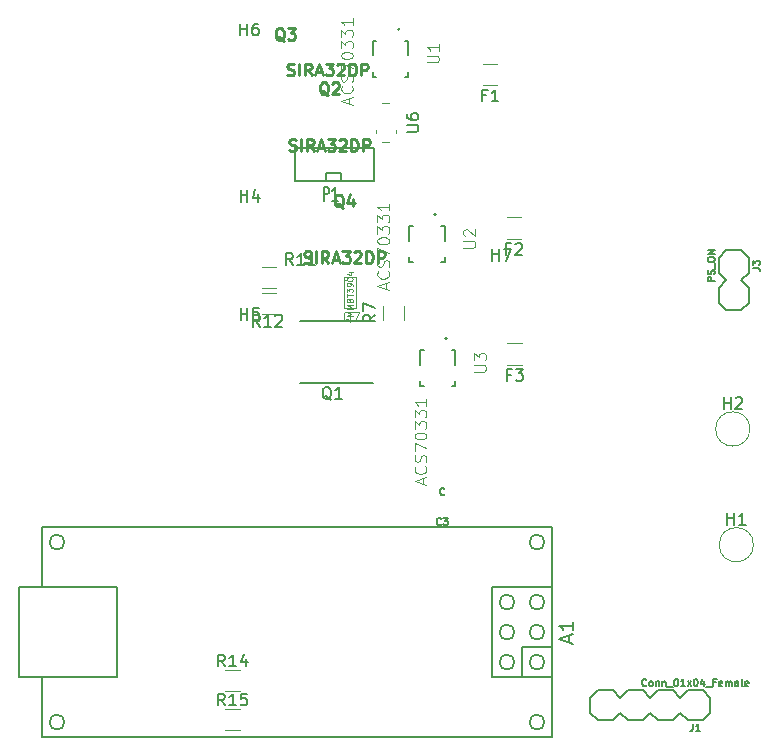
<source format=gbr>
G04 #@! TF.GenerationSoftware,KiCad,Pcbnew,(5.0.1)-rc2*
G04 #@! TF.CreationDate,2018-11-23T18:31:16-07:00*
G04 #@! TF.ProjectId,PowerSupply,506F776572537570706C792E6B696361,rev?*
G04 #@! TF.SameCoordinates,Original*
G04 #@! TF.FileFunction,Legend,Top*
G04 #@! TF.FilePolarity,Positive*
%FSLAX46Y46*%
G04 Gerber Fmt 4.6, Leading zero omitted, Abs format (unit mm)*
G04 Created by KiCad (PCBNEW (5.0.1)-rc2) date 11/23/2018 6:31:16 PM*
%MOMM*%
%LPD*%
G01*
G04 APERTURE LIST*
%ADD10C,0.150000*%
%ADD11C,0.203200*%
%ADD12C,0.120000*%
%ADD13C,0.152400*%
%ADD14C,0.078740*%
%ADD15C,0.127000*%
%ADD16C,0.250190*%
%ADD17C,0.251460*%
%ADD18C,0.050000*%
%ADD19C,0.119380*%
%ADD20C,0.099060*%
G04 APERTURE END LIST*
D10*
G04 #@! TO.C,A1*
X187410000Y-147590000D02*
X230590000Y-147590000D01*
X230590000Y-129810000D02*
X187410000Y-129810000D01*
X230590000Y-147590000D02*
X230590000Y-129810000D01*
X225510000Y-134890000D02*
X225510000Y-142510000D01*
X230590000Y-134890000D02*
X225510000Y-134890000D01*
X225510000Y-142510000D02*
X230590000Y-142510000D01*
X228050000Y-139970000D02*
X230590000Y-139970000D01*
X228050000Y-142510000D02*
X228050000Y-139970000D01*
X229955000Y-146320000D02*
G75*
G03X229955000Y-146320000I-635000J0D01*
G01*
X229955000Y-131080000D02*
G75*
G03X229955000Y-131080000I-635000J0D01*
G01*
X189315000Y-146320000D02*
G75*
G03X189315000Y-146320000I-635000J0D01*
G01*
X189315000Y-131080000D02*
G75*
G03X189315000Y-131080000I-635000J0D01*
G01*
X229955000Y-141240000D02*
G75*
G03X229955000Y-141240000I-635000J0D01*
G01*
X227415000Y-141240000D02*
G75*
G03X227415000Y-141240000I-635000J0D01*
G01*
X227415000Y-138700000D02*
G75*
G03X227415000Y-138700000I-635000J0D01*
G01*
X227415000Y-136160000D02*
G75*
G03X227415000Y-136160000I-635000J0D01*
G01*
X229955000Y-136160000D02*
G75*
G03X229955000Y-136160000I-635000J0D01*
G01*
X229955000Y-138700000D02*
G75*
G03X229955000Y-138700000I-635000J0D01*
G01*
X193760000Y-142510000D02*
X185505000Y-142510000D01*
X193760000Y-134890000D02*
X193760000Y-142510000D01*
X185505000Y-134890000D02*
X193760000Y-134890000D01*
X185505000Y-142510000D02*
X185505000Y-134890000D01*
X187410000Y-147590000D02*
X187410000Y-142510000D01*
X187410000Y-134890000D02*
X187410000Y-129810000D01*
G04 #@! TO.C,Q1*
X215450000Y-117600000D02*
X209250000Y-117600000D01*
X214750000Y-112400000D02*
X209250000Y-112400000D01*
D11*
G04 #@! TO.C,J1*
X235737400Y-146171920D02*
X234467400Y-146171920D01*
X234467400Y-146171920D02*
X233832400Y-145536920D01*
X233832400Y-144266920D02*
X234467400Y-143631920D01*
X238912400Y-145536920D02*
X238277400Y-146171920D01*
X238277400Y-146171920D02*
X237007400Y-146171920D01*
X237007400Y-146171920D02*
X236372400Y-145536920D01*
X236372400Y-144266920D02*
X237007400Y-143631920D01*
X237007400Y-143631920D02*
X238277400Y-143631920D01*
X238277400Y-143631920D02*
X238912400Y-144266920D01*
X235737400Y-146171920D02*
X236372400Y-145536920D01*
X236372400Y-144266920D02*
X235737400Y-143631920D01*
X234467400Y-143631920D02*
X235737400Y-143631920D01*
X243357400Y-146171920D02*
X242087400Y-146171920D01*
X242087400Y-146171920D02*
X241452400Y-145536920D01*
X241452400Y-144266920D02*
X242087400Y-143631920D01*
X241452400Y-145536920D02*
X240817400Y-146171920D01*
X240817400Y-146171920D02*
X239547400Y-146171920D01*
X239547400Y-146171920D02*
X238912400Y-145536920D01*
X238912400Y-144266920D02*
X239547400Y-143631920D01*
X239547400Y-143631920D02*
X240817400Y-143631920D01*
X240817400Y-143631920D02*
X241452400Y-144266920D01*
X243992400Y-145536920D02*
X243992400Y-144266920D01*
X243357400Y-146171920D02*
X243992400Y-145536920D01*
X243992400Y-144266920D02*
X243357400Y-143631920D01*
X242087400Y-143631920D02*
X243357400Y-143631920D01*
X233832400Y-145536920D02*
X233832400Y-144266920D01*
G04 #@! TO.C,J3*
X247270000Y-107025000D02*
X247270000Y-108295000D01*
X247270000Y-108295000D02*
X246635000Y-108930000D01*
X245365000Y-108930000D02*
X244730000Y-108295000D01*
X246635000Y-108930000D02*
X247270000Y-109565000D01*
X247270000Y-109565000D02*
X247270000Y-110835000D01*
X247270000Y-110835000D02*
X246635000Y-111470000D01*
X245365000Y-111470000D02*
X244730000Y-110835000D01*
X244730000Y-110835000D02*
X244730000Y-109565000D01*
X244730000Y-109565000D02*
X245365000Y-108930000D01*
X246635000Y-106390000D02*
X245365000Y-106390000D01*
X247270000Y-107025000D02*
X246635000Y-106390000D01*
X245365000Y-106390000D02*
X244730000Y-107025000D01*
X244730000Y-108295000D02*
X244730000Y-107025000D01*
X246635000Y-111470000D02*
X245365000Y-111470000D01*
D12*
G04 #@! TO.C,R7*
X216320000Y-112250000D02*
X216320000Y-111050000D01*
X218080000Y-111050000D02*
X218080000Y-112250000D01*
G04 #@! TO.C,R11*
X207250000Y-109580000D02*
X206050000Y-109580000D01*
X206050000Y-107820000D02*
X207250000Y-107820000D01*
G04 #@! TO.C,R12*
X207250000Y-111780000D02*
X206050000Y-111780000D01*
X206050000Y-110020000D02*
X207250000Y-110020000D01*
G04 #@! TO.C,R14*
X204150000Y-143680000D02*
X202950000Y-143680000D01*
X202950000Y-141920000D02*
X204150000Y-141920000D01*
G04 #@! TO.C,R15*
X202950000Y-145220000D02*
X204150000Y-145220000D01*
X204150000Y-146980000D02*
X202950000Y-146980000D01*
D13*
G04 #@! TO.C,U1*
X218116000Y-88670000D02*
X218416000Y-88670000D01*
X218416000Y-88670000D02*
X218416000Y-89870000D01*
X218416000Y-91270000D02*
X218416000Y-91670000D01*
X218416000Y-91670000D02*
X218116000Y-91670000D01*
X215716000Y-88670000D02*
X215416000Y-88670000D01*
X215416000Y-88670000D02*
X215416000Y-89870000D01*
X215416000Y-91270000D02*
X215416000Y-91670000D01*
X215416000Y-91670000D02*
X215716000Y-91670000D01*
D10*
X217691000Y-87670000D02*
G75*
G03X217691000Y-87670000I-75000J0D01*
G01*
G04 #@! TO.C,U2*
X220775000Y-103350000D02*
G75*
G03X220775000Y-103350000I-75000J0D01*
G01*
D13*
X218500000Y-107350000D02*
X218800000Y-107350000D01*
X218500000Y-106950000D02*
X218500000Y-107350000D01*
X218500000Y-104350000D02*
X218500000Y-105550000D01*
X218800000Y-104350000D02*
X218500000Y-104350000D01*
X221500000Y-107350000D02*
X221200000Y-107350000D01*
X221500000Y-106950000D02*
X221500000Y-107350000D01*
X221500000Y-104350000D02*
X221500000Y-105550000D01*
X221200000Y-104350000D02*
X221500000Y-104350000D01*
D14*
G04 #@! TO.C,Q7*
X213308730Y-108823980D02*
G75*
G03X213308730Y-108823980I-159070J0D01*
G01*
X214008180Y-111270000D02*
X212992180Y-111270000D01*
X214008180Y-108666500D02*
X212992180Y-108666500D01*
X212992180Y-111270000D02*
X212992180Y-108666500D01*
X214008180Y-108666500D02*
X214008180Y-111270000D01*
D12*
G04 #@! TO.C,U6*
X217381000Y-96217500D02*
X217381000Y-96442500D01*
X215681000Y-96217500D02*
X215681000Y-96442500D01*
X216231000Y-97192500D02*
X216831000Y-97192500D01*
X216231000Y-93942500D02*
X216831000Y-93942500D01*
G04 #@! TO.C,H1*
X247650000Y-131300000D02*
G75*
G03X247650000Y-131300000I-1450000J0D01*
G01*
G04 #@! TO.C,H2*
X247350000Y-121500000D02*
G75*
G03X247350000Y-121500000I-1450000J0D01*
G01*
D13*
G04 #@! TO.C,U3*
X222116000Y-114848000D02*
X222416000Y-114848000D01*
X222416000Y-114848000D02*
X222416000Y-116048000D01*
X222416000Y-117448000D02*
X222416000Y-117848000D01*
X222416000Y-117848000D02*
X222116000Y-117848000D01*
X219716000Y-114848000D02*
X219416000Y-114848000D01*
X219416000Y-114848000D02*
X219416000Y-116048000D01*
X219416000Y-117448000D02*
X219416000Y-117848000D01*
X219416000Y-117848000D02*
X219716000Y-117848000D01*
D10*
X221691000Y-113848000D02*
G75*
G03X221691000Y-113848000I-75000J0D01*
G01*
D12*
G04 #@! TO.C,F1*
X225951064Y-92410000D02*
X224746936Y-92410000D01*
X225951064Y-90590000D02*
X224746936Y-90590000D01*
G04 #@! TO.C,F2*
X227951064Y-103590000D02*
X226746936Y-103590000D01*
X227951064Y-105410000D02*
X226746936Y-105410000D01*
G04 #@! TO.C,F3*
X228018064Y-116058000D02*
X226813936Y-116058000D01*
X228018064Y-114238000D02*
X226813936Y-114238000D01*
D15*
G04 #@! TO.C,P1*
X211464420Y-100497380D02*
X211464420Y-99862380D01*
X211464420Y-99862380D02*
X212734420Y-99862380D01*
X212734420Y-99862380D02*
X212734420Y-100497380D01*
X208797420Y-100497380D02*
X208797420Y-97703380D01*
X208797420Y-97703380D02*
X215528420Y-97703380D01*
X215528420Y-97703380D02*
X215528420Y-100497380D01*
X215528420Y-100497380D02*
X208797420Y-100497380D01*
G04 #@! TO.C,A1*
D10*
X232060000Y-139557142D02*
X232060000Y-138985714D01*
X232402857Y-139671428D02*
X231202857Y-139271428D01*
X232402857Y-138871428D01*
X232402857Y-137842857D02*
X232402857Y-138528571D01*
X232402857Y-138185714D02*
X231202857Y-138185714D01*
X231374285Y-138300000D01*
X231488571Y-138414285D01*
X231545714Y-138528571D01*
G04 #@! TO.C,Q1*
X211904761Y-119047619D02*
X211809523Y-119000000D01*
X211714285Y-118904761D01*
X211571428Y-118761904D01*
X211476190Y-118714285D01*
X211380952Y-118714285D01*
X211428571Y-118952380D02*
X211333333Y-118904761D01*
X211238095Y-118809523D01*
X211190476Y-118619047D01*
X211190476Y-118285714D01*
X211238095Y-118095238D01*
X211333333Y-118000000D01*
X211428571Y-117952380D01*
X211619047Y-117952380D01*
X211714285Y-118000000D01*
X211809523Y-118095238D01*
X211857142Y-118285714D01*
X211857142Y-118619047D01*
X211809523Y-118809523D01*
X211714285Y-118904761D01*
X211619047Y-118952380D01*
X211428571Y-118952380D01*
X212809523Y-118952380D02*
X212238095Y-118952380D01*
X212523809Y-118952380D02*
X212523809Y-117952380D01*
X212428571Y-118095238D01*
X212333333Y-118190476D01*
X212238095Y-118238095D01*
G04 #@! TO.C,C3*
D15*
X221199240Y-129587714D02*
X221170211Y-129616742D01*
X221083125Y-129645771D01*
X221025068Y-129645771D01*
X220937982Y-129616742D01*
X220879925Y-129558685D01*
X220850897Y-129500628D01*
X220821868Y-129384514D01*
X220821868Y-129297428D01*
X220850897Y-129181314D01*
X220879925Y-129123257D01*
X220937982Y-129065200D01*
X221025068Y-129036171D01*
X221083125Y-129036171D01*
X221170211Y-129065200D01*
X221199240Y-129094228D01*
X221402440Y-129036171D02*
X221779811Y-129036171D01*
X221576611Y-129268400D01*
X221663697Y-129268400D01*
X221721754Y-129297428D01*
X221750782Y-129326457D01*
X221779811Y-129384514D01*
X221779811Y-129529657D01*
X221750782Y-129587714D01*
X221721754Y-129616742D01*
X221663697Y-129645771D01*
X221489525Y-129645771D01*
X221431468Y-129616742D01*
X221402440Y-129587714D01*
X221489525Y-127047714D02*
X221460497Y-127076742D01*
X221373411Y-127105771D01*
X221315354Y-127105771D01*
X221228268Y-127076742D01*
X221170211Y-127018685D01*
X221141182Y-126960628D01*
X221112154Y-126844514D01*
X221112154Y-126757428D01*
X221141182Y-126641314D01*
X221170211Y-126583257D01*
X221228268Y-126525200D01*
X221315354Y-126496171D01*
X221373411Y-126496171D01*
X221460497Y-126525200D01*
X221489525Y-126554228D01*
G04 #@! TO.C,J1*
X242519200Y-146473091D02*
X242519200Y-146908520D01*
X242490171Y-146995605D01*
X242432114Y-147053662D01*
X242345028Y-147082691D01*
X242286971Y-147082691D01*
X243128800Y-147082691D02*
X242780457Y-147082691D01*
X242954628Y-147082691D02*
X242954628Y-146473091D01*
X242896571Y-146560177D01*
X242838514Y-146618234D01*
X242780457Y-146647262D01*
X238585828Y-143214634D02*
X238556800Y-143243662D01*
X238469714Y-143272691D01*
X238411657Y-143272691D01*
X238324571Y-143243662D01*
X238266514Y-143185605D01*
X238237485Y-143127548D01*
X238208457Y-143011434D01*
X238208457Y-142924348D01*
X238237485Y-142808234D01*
X238266514Y-142750177D01*
X238324571Y-142692120D01*
X238411657Y-142663091D01*
X238469714Y-142663091D01*
X238556800Y-142692120D01*
X238585828Y-142721148D01*
X238934171Y-143272691D02*
X238876114Y-143243662D01*
X238847085Y-143214634D01*
X238818057Y-143156577D01*
X238818057Y-142982405D01*
X238847085Y-142924348D01*
X238876114Y-142895320D01*
X238934171Y-142866291D01*
X239021257Y-142866291D01*
X239079314Y-142895320D01*
X239108342Y-142924348D01*
X239137371Y-142982405D01*
X239137371Y-143156577D01*
X239108342Y-143214634D01*
X239079314Y-143243662D01*
X239021257Y-143272691D01*
X238934171Y-143272691D01*
X239398628Y-142866291D02*
X239398628Y-143272691D01*
X239398628Y-142924348D02*
X239427657Y-142895320D01*
X239485714Y-142866291D01*
X239572800Y-142866291D01*
X239630857Y-142895320D01*
X239659885Y-142953377D01*
X239659885Y-143272691D01*
X239950171Y-142866291D02*
X239950171Y-143272691D01*
X239950171Y-142924348D02*
X239979200Y-142895320D01*
X240037257Y-142866291D01*
X240124342Y-142866291D01*
X240182400Y-142895320D01*
X240211428Y-142953377D01*
X240211428Y-143272691D01*
X240356571Y-143330748D02*
X240821028Y-143330748D01*
X241082285Y-142663091D02*
X241140342Y-142663091D01*
X241198400Y-142692120D01*
X241227428Y-142721148D01*
X241256457Y-142779205D01*
X241285485Y-142895320D01*
X241285485Y-143040462D01*
X241256457Y-143156577D01*
X241227428Y-143214634D01*
X241198400Y-143243662D01*
X241140342Y-143272691D01*
X241082285Y-143272691D01*
X241024228Y-143243662D01*
X240995200Y-143214634D01*
X240966171Y-143156577D01*
X240937142Y-143040462D01*
X240937142Y-142895320D01*
X240966171Y-142779205D01*
X240995200Y-142721148D01*
X241024228Y-142692120D01*
X241082285Y-142663091D01*
X241866057Y-143272691D02*
X241517714Y-143272691D01*
X241691885Y-143272691D02*
X241691885Y-142663091D01*
X241633828Y-142750177D01*
X241575771Y-142808234D01*
X241517714Y-142837262D01*
X242069257Y-143272691D02*
X242388571Y-142866291D01*
X242069257Y-142866291D02*
X242388571Y-143272691D01*
X242736914Y-142663091D02*
X242794971Y-142663091D01*
X242853028Y-142692120D01*
X242882057Y-142721148D01*
X242911085Y-142779205D01*
X242940114Y-142895320D01*
X242940114Y-143040462D01*
X242911085Y-143156577D01*
X242882057Y-143214634D01*
X242853028Y-143243662D01*
X242794971Y-143272691D01*
X242736914Y-143272691D01*
X242678857Y-143243662D01*
X242649828Y-143214634D01*
X242620800Y-143156577D01*
X242591771Y-143040462D01*
X242591771Y-142895320D01*
X242620800Y-142779205D01*
X242649828Y-142721148D01*
X242678857Y-142692120D01*
X242736914Y-142663091D01*
X243462628Y-142866291D02*
X243462628Y-143272691D01*
X243317485Y-142634062D02*
X243172342Y-143069491D01*
X243549714Y-143069491D01*
X243636800Y-143330748D02*
X244101257Y-143330748D01*
X244449600Y-142953377D02*
X244246400Y-142953377D01*
X244246400Y-143272691D02*
X244246400Y-142663091D01*
X244536685Y-142663091D01*
X245001142Y-143243662D02*
X244943085Y-143272691D01*
X244826971Y-143272691D01*
X244768914Y-143243662D01*
X244739885Y-143185605D01*
X244739885Y-142953377D01*
X244768914Y-142895320D01*
X244826971Y-142866291D01*
X244943085Y-142866291D01*
X245001142Y-142895320D01*
X245030171Y-142953377D01*
X245030171Y-143011434D01*
X244739885Y-143069491D01*
X245291428Y-143272691D02*
X245291428Y-142866291D01*
X245291428Y-142924348D02*
X245320457Y-142895320D01*
X245378514Y-142866291D01*
X245465600Y-142866291D01*
X245523657Y-142895320D01*
X245552685Y-142953377D01*
X245552685Y-143272691D01*
X245552685Y-142953377D02*
X245581714Y-142895320D01*
X245639771Y-142866291D01*
X245726857Y-142866291D01*
X245784914Y-142895320D01*
X245813942Y-142953377D01*
X245813942Y-143272691D01*
X246365485Y-143272691D02*
X246365485Y-142953377D01*
X246336457Y-142895320D01*
X246278400Y-142866291D01*
X246162285Y-142866291D01*
X246104228Y-142895320D01*
X246365485Y-143243662D02*
X246307428Y-143272691D01*
X246162285Y-143272691D01*
X246104228Y-143243662D01*
X246075200Y-143185605D01*
X246075200Y-143127548D01*
X246104228Y-143069491D01*
X246162285Y-143040462D01*
X246307428Y-143040462D01*
X246365485Y-143011434D01*
X246742857Y-143272691D02*
X246684800Y-143243662D01*
X246655771Y-143185605D01*
X246655771Y-142663091D01*
X247207314Y-143243662D02*
X247149257Y-143272691D01*
X247033142Y-143272691D01*
X246975085Y-143243662D01*
X246946057Y-143185605D01*
X246946057Y-142953377D01*
X246975085Y-142895320D01*
X247033142Y-142866291D01*
X247149257Y-142866291D01*
X247207314Y-142895320D01*
X247236342Y-142953377D01*
X247236342Y-143011434D01*
X246946057Y-143069491D01*
G04 #@! TO.C,J3*
X247571171Y-107863200D02*
X248006600Y-107863200D01*
X248093685Y-107892228D01*
X248151742Y-107950285D01*
X248180771Y-108037371D01*
X248180771Y-108095428D01*
X247571171Y-107630971D02*
X247571171Y-107253600D01*
X247803400Y-107456800D01*
X247803400Y-107369714D01*
X247832428Y-107311657D01*
X247861457Y-107282628D01*
X247919514Y-107253600D01*
X248064657Y-107253600D01*
X248122714Y-107282628D01*
X248151742Y-107311657D01*
X248180771Y-107369714D01*
X248180771Y-107543885D01*
X248151742Y-107601942D01*
X248122714Y-107630971D01*
X244370771Y-108980800D02*
X243761171Y-108980800D01*
X243761171Y-108748571D01*
X243790200Y-108690514D01*
X243819228Y-108661485D01*
X243877285Y-108632457D01*
X243964371Y-108632457D01*
X244022428Y-108661485D01*
X244051457Y-108690514D01*
X244080485Y-108748571D01*
X244080485Y-108980800D01*
X244341742Y-108400228D02*
X244370771Y-108313142D01*
X244370771Y-108168000D01*
X244341742Y-108109942D01*
X244312714Y-108080914D01*
X244254657Y-108051885D01*
X244196600Y-108051885D01*
X244138542Y-108080914D01*
X244109514Y-108109942D01*
X244080485Y-108168000D01*
X244051457Y-108284114D01*
X244022428Y-108342171D01*
X243993400Y-108371200D01*
X243935342Y-108400228D01*
X243877285Y-108400228D01*
X243819228Y-108371200D01*
X243790200Y-108342171D01*
X243761171Y-108284114D01*
X243761171Y-108138971D01*
X243790200Y-108051885D01*
X244428828Y-107935771D02*
X244428828Y-107471314D01*
X243761171Y-107210057D02*
X243761171Y-107093942D01*
X243790200Y-107035885D01*
X243848257Y-106977828D01*
X243964371Y-106948800D01*
X244167571Y-106948800D01*
X244283685Y-106977828D01*
X244341742Y-107035885D01*
X244370771Y-107093942D01*
X244370771Y-107210057D01*
X244341742Y-107268114D01*
X244283685Y-107326171D01*
X244167571Y-107355200D01*
X243964371Y-107355200D01*
X243848257Y-107326171D01*
X243790200Y-107268114D01*
X243761171Y-107210057D01*
X244370771Y-106687542D02*
X243761171Y-106687542D01*
X244370771Y-106339200D01*
X243761171Y-106339200D01*
G04 #@! TO.C,Q2*
D16*
X211667029Y-93252955D02*
X211571719Y-93205300D01*
X211476408Y-93109989D01*
X211333442Y-92967023D01*
X211238132Y-92919368D01*
X211142821Y-92919368D01*
X211190477Y-93157644D02*
X211095166Y-93109989D01*
X210999856Y-93014679D01*
X210952200Y-92824058D01*
X210952200Y-92490471D01*
X210999856Y-92299850D01*
X211095166Y-92204540D01*
X211190477Y-92156884D01*
X211381098Y-92156884D01*
X211476408Y-92204540D01*
X211571719Y-92299850D01*
X211619374Y-92490471D01*
X211619374Y-92824058D01*
X211571719Y-93014679D01*
X211476408Y-93109989D01*
X211381098Y-93157644D01*
X211190477Y-93157644D01*
X212000616Y-92252195D02*
X212048271Y-92204540D01*
X212143581Y-92156884D01*
X212381858Y-92156884D01*
X212477168Y-92204540D01*
X212524823Y-92252195D01*
X212572479Y-92347505D01*
X212572479Y-92442816D01*
X212524823Y-92585781D01*
X211952960Y-93157644D01*
X212572479Y-93157644D01*
D17*
D16*
X208354990Y-97910589D02*
X208497956Y-97958244D01*
X208736232Y-97958244D01*
X208831542Y-97910589D01*
X208879198Y-97862934D01*
X208926853Y-97767623D01*
X208926853Y-97672313D01*
X208879198Y-97577002D01*
X208831542Y-97529347D01*
X208736232Y-97481692D01*
X208545611Y-97434037D01*
X208450300Y-97386381D01*
X208402645Y-97338726D01*
X208354990Y-97243416D01*
X208354990Y-97148105D01*
X208402645Y-97052795D01*
X208450300Y-97005140D01*
X208545611Y-96957484D01*
X208783887Y-96957484D01*
X208926853Y-97005140D01*
X209355750Y-97958244D02*
X209355750Y-96957484D01*
X210404165Y-97958244D02*
X210070579Y-97481692D01*
X209832302Y-97958244D02*
X209832302Y-96957484D01*
X210213544Y-96957484D01*
X210308855Y-97005140D01*
X210356510Y-97052795D01*
X210404165Y-97148105D01*
X210404165Y-97291071D01*
X210356510Y-97386381D01*
X210308855Y-97434037D01*
X210213544Y-97481692D01*
X209832302Y-97481692D01*
X210785407Y-97672313D02*
X211261960Y-97672313D01*
X210690097Y-97958244D02*
X211023683Y-96957484D01*
X211357270Y-97958244D01*
X211595546Y-96957484D02*
X212215064Y-96957484D01*
X211881478Y-97338726D01*
X212024443Y-97338726D01*
X212119754Y-97386381D01*
X212167409Y-97434037D01*
X212215064Y-97529347D01*
X212215064Y-97767623D01*
X212167409Y-97862934D01*
X212119754Y-97910589D01*
X212024443Y-97958244D01*
X211738512Y-97958244D01*
X211643201Y-97910589D01*
X211595546Y-97862934D01*
X212596306Y-97052795D02*
X212643961Y-97005140D01*
X212739272Y-96957484D01*
X212977548Y-96957484D01*
X213072859Y-97005140D01*
X213120514Y-97052795D01*
X213168169Y-97148105D01*
X213168169Y-97243416D01*
X213120514Y-97386381D01*
X212548651Y-97958244D01*
X213168169Y-97958244D01*
X213597066Y-97958244D02*
X213597066Y-96957484D01*
X213835342Y-96957484D01*
X213978308Y-97005140D01*
X214073619Y-97100450D01*
X214121274Y-97195760D01*
X214168929Y-97386381D01*
X214168929Y-97529347D01*
X214121274Y-97719968D01*
X214073619Y-97815279D01*
X213978308Y-97910589D01*
X213835342Y-97958244D01*
X213597066Y-97958244D01*
X214597826Y-97958244D02*
X214597826Y-96957484D01*
X214979068Y-96957484D01*
X215074379Y-97005140D01*
X215122034Y-97052795D01*
X215169689Y-97148105D01*
X215169689Y-97291071D01*
X215122034Y-97386381D01*
X215074379Y-97434037D01*
X214979068Y-97481692D01*
X214597826Y-97481692D01*
D17*
G04 #@! TO.C,Q3*
D16*
X207920529Y-88655555D02*
X207825219Y-88607900D01*
X207729908Y-88512589D01*
X207586942Y-88369623D01*
X207491632Y-88321968D01*
X207396321Y-88321968D01*
X207443977Y-88560244D02*
X207348666Y-88512589D01*
X207253356Y-88417279D01*
X207205700Y-88226658D01*
X207205700Y-87893071D01*
X207253356Y-87702450D01*
X207348666Y-87607140D01*
X207443977Y-87559484D01*
X207634598Y-87559484D01*
X207729908Y-87607140D01*
X207825219Y-87702450D01*
X207872874Y-87893071D01*
X207872874Y-88226658D01*
X207825219Y-88417279D01*
X207729908Y-88512589D01*
X207634598Y-88560244D01*
X207443977Y-88560244D01*
X208206460Y-87559484D02*
X208825979Y-87559484D01*
X208492392Y-87940726D01*
X208635358Y-87940726D01*
X208730668Y-87988381D01*
X208778323Y-88036037D01*
X208825979Y-88131347D01*
X208825979Y-88369623D01*
X208778323Y-88464934D01*
X208730668Y-88512589D01*
X208635358Y-88560244D01*
X208349426Y-88560244D01*
X208254116Y-88512589D01*
X208206460Y-88464934D01*
D17*
D16*
X208192650Y-91514589D02*
X208335616Y-91562244D01*
X208573892Y-91562244D01*
X208669202Y-91514589D01*
X208716858Y-91466934D01*
X208764513Y-91371623D01*
X208764513Y-91276313D01*
X208716858Y-91181002D01*
X208669202Y-91133347D01*
X208573892Y-91085692D01*
X208383271Y-91038037D01*
X208287960Y-90990381D01*
X208240305Y-90942726D01*
X208192650Y-90847416D01*
X208192650Y-90752105D01*
X208240305Y-90656795D01*
X208287960Y-90609140D01*
X208383271Y-90561484D01*
X208621547Y-90561484D01*
X208764513Y-90609140D01*
X209193410Y-91562244D02*
X209193410Y-90561484D01*
X210241825Y-91562244D02*
X209908239Y-91085692D01*
X209669962Y-91562244D02*
X209669962Y-90561484D01*
X210051204Y-90561484D01*
X210146515Y-90609140D01*
X210194170Y-90656795D01*
X210241825Y-90752105D01*
X210241825Y-90895071D01*
X210194170Y-90990381D01*
X210146515Y-91038037D01*
X210051204Y-91085692D01*
X209669962Y-91085692D01*
X210623067Y-91276313D02*
X211099620Y-91276313D01*
X210527757Y-91562244D02*
X210861343Y-90561484D01*
X211194930Y-91562244D01*
X211433206Y-90561484D02*
X212052724Y-90561484D01*
X211719138Y-90942726D01*
X211862103Y-90942726D01*
X211957414Y-90990381D01*
X212005069Y-91038037D01*
X212052724Y-91133347D01*
X212052724Y-91371623D01*
X212005069Y-91466934D01*
X211957414Y-91514589D01*
X211862103Y-91562244D01*
X211576172Y-91562244D01*
X211480861Y-91514589D01*
X211433206Y-91466934D01*
X212433966Y-90656795D02*
X212481621Y-90609140D01*
X212576932Y-90561484D01*
X212815208Y-90561484D01*
X212910519Y-90609140D01*
X212958174Y-90656795D01*
X213005829Y-90752105D01*
X213005829Y-90847416D01*
X212958174Y-90990381D01*
X212386311Y-91562244D01*
X213005829Y-91562244D01*
X213434726Y-91562244D02*
X213434726Y-90561484D01*
X213673002Y-90561484D01*
X213815968Y-90609140D01*
X213911279Y-90704450D01*
X213958934Y-90799760D01*
X214006589Y-90990381D01*
X214006589Y-91133347D01*
X213958934Y-91323968D01*
X213911279Y-91419279D01*
X213815968Y-91514589D01*
X213673002Y-91562244D01*
X213434726Y-91562244D01*
X214435486Y-91562244D02*
X214435486Y-90561484D01*
X214816728Y-90561484D01*
X214912039Y-90609140D01*
X214959694Y-90656795D01*
X215007349Y-90752105D01*
X215007349Y-90895071D01*
X214959694Y-90990381D01*
X214912039Y-91038037D01*
X214816728Y-91085692D01*
X214435486Y-91085692D01*
D17*
G04 #@! TO.C,Q4*
D16*
X212923029Y-102756955D02*
X212827719Y-102709300D01*
X212732408Y-102613989D01*
X212589442Y-102471023D01*
X212494132Y-102423368D01*
X212398821Y-102423368D01*
X212446477Y-102661644D02*
X212351166Y-102613989D01*
X212255856Y-102518679D01*
X212208200Y-102328058D01*
X212208200Y-101994471D01*
X212255856Y-101803850D01*
X212351166Y-101708540D01*
X212446477Y-101660884D01*
X212637098Y-101660884D01*
X212732408Y-101708540D01*
X212827719Y-101803850D01*
X212875374Y-101994471D01*
X212875374Y-102328058D01*
X212827719Y-102518679D01*
X212732408Y-102613989D01*
X212637098Y-102661644D01*
X212446477Y-102661644D01*
X213733168Y-101994471D02*
X213733168Y-102661644D01*
X213494892Y-101613229D02*
X213256616Y-102328058D01*
X213876134Y-102328058D01*
D17*
D16*
X209610990Y-107414589D02*
X209753956Y-107462244D01*
X209992232Y-107462244D01*
X210087542Y-107414589D01*
X210135198Y-107366934D01*
X210182853Y-107271623D01*
X210182853Y-107176313D01*
X210135198Y-107081002D01*
X210087542Y-107033347D01*
X209992232Y-106985692D01*
X209801611Y-106938037D01*
X209706300Y-106890381D01*
X209658645Y-106842726D01*
X209610990Y-106747416D01*
X209610990Y-106652105D01*
X209658645Y-106556795D01*
X209706300Y-106509140D01*
X209801611Y-106461484D01*
X210039887Y-106461484D01*
X210182853Y-106509140D01*
X210611750Y-107462244D02*
X210611750Y-106461484D01*
X211660165Y-107462244D02*
X211326579Y-106985692D01*
X211088302Y-107462244D02*
X211088302Y-106461484D01*
X211469544Y-106461484D01*
X211564855Y-106509140D01*
X211612510Y-106556795D01*
X211660165Y-106652105D01*
X211660165Y-106795071D01*
X211612510Y-106890381D01*
X211564855Y-106938037D01*
X211469544Y-106985692D01*
X211088302Y-106985692D01*
X212041407Y-107176313D02*
X212517960Y-107176313D01*
X211946097Y-107462244D02*
X212279683Y-106461484D01*
X212613270Y-107462244D01*
X212851546Y-106461484D02*
X213471064Y-106461484D01*
X213137478Y-106842726D01*
X213280443Y-106842726D01*
X213375754Y-106890381D01*
X213423409Y-106938037D01*
X213471064Y-107033347D01*
X213471064Y-107271623D01*
X213423409Y-107366934D01*
X213375754Y-107414589D01*
X213280443Y-107462244D01*
X212994512Y-107462244D01*
X212899201Y-107414589D01*
X212851546Y-107366934D01*
X213852306Y-106556795D02*
X213899961Y-106509140D01*
X213995272Y-106461484D01*
X214233548Y-106461484D01*
X214328859Y-106509140D01*
X214376514Y-106556795D01*
X214424169Y-106652105D01*
X214424169Y-106747416D01*
X214376514Y-106890381D01*
X213804651Y-107462244D01*
X214424169Y-107462244D01*
X214853066Y-107462244D02*
X214853066Y-106461484D01*
X215091342Y-106461484D01*
X215234308Y-106509140D01*
X215329619Y-106604450D01*
X215377274Y-106699760D01*
X215424929Y-106890381D01*
X215424929Y-107033347D01*
X215377274Y-107223968D01*
X215329619Y-107319279D01*
X215234308Y-107414589D01*
X215091342Y-107462244D01*
X214853066Y-107462244D01*
X215853826Y-107462244D02*
X215853826Y-106461484D01*
X216235068Y-106461484D01*
X216330379Y-106509140D01*
X216378034Y-106556795D01*
X216425689Y-106652105D01*
X216425689Y-106795071D01*
X216378034Y-106890381D01*
X216330379Y-106938037D01*
X216235068Y-106985692D01*
X215853826Y-106985692D01*
D17*
G04 #@! TO.C,R7*
D10*
X215620380Y-111816666D02*
X215144190Y-112150000D01*
X215620380Y-112388095D02*
X214620380Y-112388095D01*
X214620380Y-112007142D01*
X214668000Y-111911904D01*
X214715619Y-111864285D01*
X214810857Y-111816666D01*
X214953714Y-111816666D01*
X215048952Y-111864285D01*
X215096571Y-111911904D01*
X215144190Y-112007142D01*
X215144190Y-112388095D01*
X214620380Y-111483333D02*
X214620380Y-110816666D01*
X215620380Y-111245238D01*
G04 #@! TO.C,R11*
X208657142Y-107628380D02*
X208323809Y-107152190D01*
X208085714Y-107628380D02*
X208085714Y-106628380D01*
X208466666Y-106628380D01*
X208561904Y-106676000D01*
X208609523Y-106723619D01*
X208657142Y-106818857D01*
X208657142Y-106961714D01*
X208609523Y-107056952D01*
X208561904Y-107104571D01*
X208466666Y-107152190D01*
X208085714Y-107152190D01*
X209609523Y-107628380D02*
X209038095Y-107628380D01*
X209323809Y-107628380D02*
X209323809Y-106628380D01*
X209228571Y-106771238D01*
X209133333Y-106866476D01*
X209038095Y-106914095D01*
X210561904Y-107628380D02*
X209990476Y-107628380D01*
X210276190Y-107628380D02*
X210276190Y-106628380D01*
X210180952Y-106771238D01*
X210085714Y-106866476D01*
X209990476Y-106914095D01*
G04 #@! TO.C,R12*
X205842143Y-112842381D02*
X205508810Y-112366191D01*
X205270715Y-112842381D02*
X205270715Y-111842381D01*
X205651667Y-111842381D01*
X205746905Y-111890001D01*
X205794524Y-111937620D01*
X205842143Y-112032858D01*
X205842143Y-112175715D01*
X205794524Y-112270953D01*
X205746905Y-112318572D01*
X205651667Y-112366191D01*
X205270715Y-112366191D01*
X206794524Y-112842381D02*
X206223096Y-112842381D01*
X206508810Y-112842381D02*
X206508810Y-111842381D01*
X206413572Y-111985239D01*
X206318334Y-112080477D01*
X206223096Y-112128096D01*
X207175477Y-111937620D02*
X207223096Y-111890001D01*
X207318334Y-111842381D01*
X207556429Y-111842381D01*
X207651667Y-111890001D01*
X207699286Y-111937620D01*
X207746905Y-112032858D01*
X207746905Y-112128096D01*
X207699286Y-112270953D01*
X207127858Y-112842381D01*
X207746905Y-112842381D01*
G04 #@! TO.C,R14*
X202907142Y-141602380D02*
X202573809Y-141126190D01*
X202335714Y-141602380D02*
X202335714Y-140602380D01*
X202716666Y-140602380D01*
X202811904Y-140650000D01*
X202859523Y-140697619D01*
X202907142Y-140792857D01*
X202907142Y-140935714D01*
X202859523Y-141030952D01*
X202811904Y-141078571D01*
X202716666Y-141126190D01*
X202335714Y-141126190D01*
X203859523Y-141602380D02*
X203288095Y-141602380D01*
X203573809Y-141602380D02*
X203573809Y-140602380D01*
X203478571Y-140745238D01*
X203383333Y-140840476D01*
X203288095Y-140888095D01*
X204716666Y-140935714D02*
X204716666Y-141602380D01*
X204478571Y-140554761D02*
X204240476Y-141269047D01*
X204859523Y-141269047D01*
G04 #@! TO.C,R15*
X202907142Y-144902380D02*
X202573809Y-144426190D01*
X202335714Y-144902380D02*
X202335714Y-143902380D01*
X202716666Y-143902380D01*
X202811904Y-143950000D01*
X202859523Y-143997619D01*
X202907142Y-144092857D01*
X202907142Y-144235714D01*
X202859523Y-144330952D01*
X202811904Y-144378571D01*
X202716666Y-144426190D01*
X202335714Y-144426190D01*
X203859523Y-144902380D02*
X203288095Y-144902380D01*
X203573809Y-144902380D02*
X203573809Y-143902380D01*
X203478571Y-144045238D01*
X203383333Y-144140476D01*
X203288095Y-144188095D01*
X204764285Y-143902380D02*
X204288095Y-143902380D01*
X204240476Y-144378571D01*
X204288095Y-144330952D01*
X204383333Y-144283333D01*
X204621428Y-144283333D01*
X204716666Y-144330952D01*
X204764285Y-144378571D01*
X204811904Y-144473809D01*
X204811904Y-144711904D01*
X204764285Y-144807142D01*
X204716666Y-144854761D01*
X204621428Y-144902380D01*
X204383333Y-144902380D01*
X204288095Y-144854761D01*
X204240476Y-144807142D01*
G04 #@! TO.C,U1*
D18*
X220008851Y-90472443D02*
X220819808Y-90472443D01*
X220915215Y-90424740D01*
X220962918Y-90377036D01*
X221010621Y-90281630D01*
X221010621Y-90090816D01*
X220962918Y-89995410D01*
X220915215Y-89947706D01*
X220819808Y-89900003D01*
X220008851Y-89900003D01*
X221010621Y-88898233D02*
X221010621Y-89470673D01*
X221010621Y-89184453D02*
X220008851Y-89184453D01*
X220151961Y-89279860D01*
X220247368Y-89375266D01*
X220295071Y-89470673D01*
X213441111Y-93947363D02*
X213441111Y-93470272D01*
X213727365Y-94042781D02*
X212725475Y-93708817D01*
X213727365Y-93374854D01*
X213631947Y-92468382D02*
X213679656Y-92516091D01*
X213727365Y-92659218D01*
X213727365Y-92754636D01*
X213679656Y-92897764D01*
X213584238Y-92993182D01*
X213488820Y-93040891D01*
X213297984Y-93088600D01*
X213154857Y-93088600D01*
X212964021Y-93040891D01*
X212868603Y-92993182D01*
X212773185Y-92897764D01*
X212725475Y-92754636D01*
X212725475Y-92659218D01*
X212773185Y-92516091D01*
X212820894Y-92468382D01*
X213679656Y-92086710D02*
X213727365Y-91943583D01*
X213727365Y-91705037D01*
X213679656Y-91609619D01*
X213631947Y-91561910D01*
X213536529Y-91514201D01*
X213441111Y-91514201D01*
X213345693Y-91561910D01*
X213297984Y-91609619D01*
X213250275Y-91705037D01*
X213202566Y-91895874D01*
X213154857Y-91991292D01*
X213107148Y-92039001D01*
X213011730Y-92086710D01*
X212916312Y-92086710D01*
X212820894Y-92039001D01*
X212773185Y-91991292D01*
X212725475Y-91895874D01*
X212725475Y-91657328D01*
X212773185Y-91514201D01*
X212725475Y-91180238D02*
X212725475Y-90512311D01*
X213727365Y-90941693D01*
X212725475Y-89939803D02*
X212725475Y-89844385D01*
X212773185Y-89748966D01*
X212820894Y-89701257D01*
X212916312Y-89653548D01*
X213107148Y-89605839D01*
X213345693Y-89605839D01*
X213536529Y-89653548D01*
X213631947Y-89701257D01*
X213679656Y-89748966D01*
X213727365Y-89844385D01*
X213727365Y-89939803D01*
X213679656Y-90035221D01*
X213631947Y-90082930D01*
X213536529Y-90130639D01*
X213345693Y-90178348D01*
X213107148Y-90178348D01*
X212916312Y-90130639D01*
X212820894Y-90082930D01*
X212773185Y-90035221D01*
X212725475Y-89939803D01*
X212725475Y-89271876D02*
X212725475Y-88651658D01*
X213107148Y-88985622D01*
X213107148Y-88842495D01*
X213154857Y-88747076D01*
X213202566Y-88699367D01*
X213297984Y-88651658D01*
X213536529Y-88651658D01*
X213631947Y-88699367D01*
X213679656Y-88747076D01*
X213727365Y-88842495D01*
X213727365Y-89128749D01*
X213679656Y-89224167D01*
X213631947Y-89271876D01*
X212725475Y-88317695D02*
X212725475Y-87697477D01*
X213107148Y-88031441D01*
X213107148Y-87888314D01*
X213154857Y-87792895D01*
X213202566Y-87745186D01*
X213297984Y-87697477D01*
X213536529Y-87697477D01*
X213631947Y-87745186D01*
X213679656Y-87792895D01*
X213727365Y-87888314D01*
X213727365Y-88174568D01*
X213679656Y-88269986D01*
X213631947Y-88317695D01*
X213727365Y-86743296D02*
X213727365Y-87315805D01*
X213727365Y-87029551D02*
X212725475Y-87029551D01*
X212868603Y-87124969D01*
X212964021Y-87220387D01*
X213011730Y-87315805D01*
G04 #@! TO.C,U2*
X223092851Y-106152443D02*
X223903808Y-106152443D01*
X223999215Y-106104740D01*
X224046918Y-106057036D01*
X224094621Y-105961630D01*
X224094621Y-105770816D01*
X224046918Y-105675410D01*
X223999215Y-105627706D01*
X223903808Y-105580003D01*
X223092851Y-105580003D01*
X223188258Y-105150673D02*
X223140555Y-105102970D01*
X223092851Y-105007563D01*
X223092851Y-104769046D01*
X223140555Y-104673640D01*
X223188258Y-104625936D01*
X223283665Y-104578233D01*
X223379071Y-104578233D01*
X223522181Y-104625936D01*
X224094621Y-105198376D01*
X224094621Y-104578233D01*
X216525111Y-109627363D02*
X216525111Y-109150272D01*
X216811365Y-109722781D02*
X215809475Y-109388817D01*
X216811365Y-109054854D01*
X216715947Y-108148382D02*
X216763656Y-108196091D01*
X216811365Y-108339218D01*
X216811365Y-108434636D01*
X216763656Y-108577764D01*
X216668238Y-108673182D01*
X216572820Y-108720891D01*
X216381984Y-108768600D01*
X216238857Y-108768600D01*
X216048021Y-108720891D01*
X215952603Y-108673182D01*
X215857185Y-108577764D01*
X215809475Y-108434636D01*
X215809475Y-108339218D01*
X215857185Y-108196091D01*
X215904894Y-108148382D01*
X216763656Y-107766710D02*
X216811365Y-107623583D01*
X216811365Y-107385037D01*
X216763656Y-107289619D01*
X216715947Y-107241910D01*
X216620529Y-107194201D01*
X216525111Y-107194201D01*
X216429693Y-107241910D01*
X216381984Y-107289619D01*
X216334275Y-107385037D01*
X216286566Y-107575874D01*
X216238857Y-107671292D01*
X216191148Y-107719001D01*
X216095730Y-107766710D01*
X216000312Y-107766710D01*
X215904894Y-107719001D01*
X215857185Y-107671292D01*
X215809475Y-107575874D01*
X215809475Y-107337328D01*
X215857185Y-107194201D01*
X215809475Y-106860238D02*
X215809475Y-106192311D01*
X216811365Y-106621693D01*
X215809475Y-105619803D02*
X215809475Y-105524385D01*
X215857185Y-105428966D01*
X215904894Y-105381257D01*
X216000312Y-105333548D01*
X216191148Y-105285839D01*
X216429693Y-105285839D01*
X216620529Y-105333548D01*
X216715947Y-105381257D01*
X216763656Y-105428966D01*
X216811365Y-105524385D01*
X216811365Y-105619803D01*
X216763656Y-105715221D01*
X216715947Y-105762930D01*
X216620529Y-105810639D01*
X216429693Y-105858348D01*
X216191148Y-105858348D01*
X216000312Y-105810639D01*
X215904894Y-105762930D01*
X215857185Y-105715221D01*
X215809475Y-105619803D01*
X215809475Y-104951876D02*
X215809475Y-104331658D01*
X216191148Y-104665622D01*
X216191148Y-104522495D01*
X216238857Y-104427076D01*
X216286566Y-104379367D01*
X216381984Y-104331658D01*
X216620529Y-104331658D01*
X216715947Y-104379367D01*
X216763656Y-104427076D01*
X216811365Y-104522495D01*
X216811365Y-104808749D01*
X216763656Y-104904167D01*
X216715947Y-104951876D01*
X215809475Y-103997695D02*
X215809475Y-103377477D01*
X216191148Y-103711441D01*
X216191148Y-103568314D01*
X216238857Y-103472895D01*
X216286566Y-103425186D01*
X216381984Y-103377477D01*
X216620529Y-103377477D01*
X216715947Y-103425186D01*
X216763656Y-103472895D01*
X216811365Y-103568314D01*
X216811365Y-103854568D01*
X216763656Y-103949986D01*
X216715947Y-103997695D01*
X216811365Y-102423296D02*
X216811365Y-102995805D01*
X216811365Y-102709551D02*
X215809475Y-102709551D01*
X215952603Y-102804969D01*
X216048021Y-102900387D01*
X216095730Y-102995805D01*
G04 #@! TO.C,Q7*
D19*
X213526668Y-112416265D02*
X213454097Y-112379980D01*
X213381525Y-112307408D01*
X213272668Y-112198551D01*
X213200097Y-112162265D01*
X213127525Y-112162265D01*
X213163811Y-112343694D02*
X213091240Y-112307408D01*
X213018668Y-112234837D01*
X212982382Y-112089694D01*
X212982382Y-111835694D01*
X213018668Y-111690551D01*
X213091240Y-111617980D01*
X213163811Y-111581694D01*
X213308954Y-111581694D01*
X213381525Y-111617980D01*
X213454097Y-111690551D01*
X213490382Y-111835694D01*
X213490382Y-112089694D01*
X213454097Y-112234837D01*
X213381525Y-112307408D01*
X213308954Y-112343694D01*
X213163811Y-112343694D01*
X213744382Y-111581694D02*
X214252382Y-111581694D01*
X213925811Y-112343694D01*
D20*
X213726542Y-111910140D02*
X213226162Y-111910140D01*
X213583576Y-111743347D01*
X213226162Y-111576553D01*
X213726542Y-111576553D01*
X213726542Y-111338277D02*
X213226162Y-111338277D01*
X213583576Y-111171484D01*
X213226162Y-111004690D01*
X213726542Y-111004690D01*
X213464438Y-110599621D02*
X213488266Y-110528138D01*
X213512093Y-110504310D01*
X213559749Y-110480483D01*
X213631231Y-110480483D01*
X213678887Y-110504310D01*
X213702714Y-110528138D01*
X213726542Y-110575793D01*
X213726542Y-110766414D01*
X213226162Y-110766414D01*
X213226162Y-110599621D01*
X213249990Y-110551966D01*
X213273817Y-110528138D01*
X213321472Y-110504310D01*
X213369128Y-110504310D01*
X213416783Y-110528138D01*
X213440610Y-110551966D01*
X213464438Y-110599621D01*
X213464438Y-110766414D01*
X213226162Y-110337517D02*
X213226162Y-110051586D01*
X213726542Y-110194551D02*
X213226162Y-110194551D01*
X213226162Y-109932448D02*
X213226162Y-109622689D01*
X213416783Y-109789482D01*
X213416783Y-109717999D01*
X213440610Y-109670344D01*
X213464438Y-109646516D01*
X213512093Y-109622689D01*
X213631231Y-109622689D01*
X213678887Y-109646516D01*
X213702714Y-109670344D01*
X213726542Y-109717999D01*
X213726542Y-109860965D01*
X213702714Y-109908620D01*
X213678887Y-109932448D01*
X213726542Y-109384412D02*
X213726542Y-109289102D01*
X213702714Y-109241447D01*
X213678887Y-109217619D01*
X213607404Y-109169964D01*
X213512093Y-109146136D01*
X213321472Y-109146136D01*
X213273817Y-109169964D01*
X213249990Y-109193791D01*
X213226162Y-109241447D01*
X213226162Y-109336757D01*
X213249990Y-109384412D01*
X213273817Y-109408240D01*
X213321472Y-109432068D01*
X213440610Y-109432068D01*
X213488266Y-109408240D01*
X213512093Y-109384412D01*
X213535921Y-109336757D01*
X213535921Y-109241447D01*
X213512093Y-109193791D01*
X213488266Y-109169964D01*
X213440610Y-109146136D01*
X213226162Y-108836377D02*
X213226162Y-108788722D01*
X213249990Y-108741067D01*
X213273817Y-108717239D01*
X213321472Y-108693411D01*
X213416783Y-108669584D01*
X213535921Y-108669584D01*
X213631231Y-108693411D01*
X213678887Y-108717239D01*
X213702714Y-108741067D01*
X213726542Y-108788722D01*
X213726542Y-108836377D01*
X213702714Y-108884032D01*
X213678887Y-108907860D01*
X213631231Y-108931688D01*
X213535921Y-108955515D01*
X213416783Y-108955515D01*
X213321472Y-108931688D01*
X213273817Y-108907860D01*
X213249990Y-108884032D01*
X213226162Y-108836377D01*
X213392955Y-108240687D02*
X213726542Y-108240687D01*
X213202334Y-108359825D02*
X213559749Y-108478963D01*
X213559749Y-108169204D01*
G04 #@! TO.C,U6*
D10*
X218283380Y-96329404D02*
X219092904Y-96329404D01*
X219188142Y-96281785D01*
X219235761Y-96234166D01*
X219283380Y-96138928D01*
X219283380Y-95948452D01*
X219235761Y-95853214D01*
X219188142Y-95805595D01*
X219092904Y-95757976D01*
X218283380Y-95757976D01*
X218283380Y-94853214D02*
X218283380Y-95043690D01*
X218331000Y-95138928D01*
X218378619Y-95186547D01*
X218521476Y-95281785D01*
X218711952Y-95329404D01*
X219092904Y-95329404D01*
X219188142Y-95281785D01*
X219235761Y-95234166D01*
X219283380Y-95138928D01*
X219283380Y-94948452D01*
X219235761Y-94853214D01*
X219188142Y-94805595D01*
X219092904Y-94757976D01*
X218854809Y-94757976D01*
X218759571Y-94805595D01*
X218711952Y-94853214D01*
X218664333Y-94948452D01*
X218664333Y-95138928D01*
X218711952Y-95234166D01*
X218759571Y-95281785D01*
X218854809Y-95329404D01*
G04 #@! TO.C,H1*
X245438095Y-129604380D02*
X245438095Y-128604380D01*
X245438095Y-129080571D02*
X246009523Y-129080571D01*
X246009523Y-129604380D02*
X246009523Y-128604380D01*
X247009523Y-129604380D02*
X246438095Y-129604380D01*
X246723809Y-129604380D02*
X246723809Y-128604380D01*
X246628571Y-128747238D01*
X246533333Y-128842476D01*
X246438095Y-128890095D01*
G04 #@! TO.C,H2*
X245138095Y-119804380D02*
X245138095Y-118804380D01*
X245138095Y-119280571D02*
X245709523Y-119280571D01*
X245709523Y-119804380D02*
X245709523Y-118804380D01*
X246138095Y-118899619D02*
X246185714Y-118852000D01*
X246280952Y-118804380D01*
X246519047Y-118804380D01*
X246614285Y-118852000D01*
X246661904Y-118899619D01*
X246709523Y-118994857D01*
X246709523Y-119090095D01*
X246661904Y-119232952D01*
X246090476Y-119804380D01*
X246709523Y-119804380D01*
G04 #@! TO.C,U3*
D18*
X224008851Y-116650443D02*
X224819808Y-116650443D01*
X224915215Y-116602740D01*
X224962918Y-116555036D01*
X225010621Y-116459630D01*
X225010621Y-116268816D01*
X224962918Y-116173410D01*
X224915215Y-116125706D01*
X224819808Y-116078003D01*
X224008851Y-116078003D01*
X224008851Y-115696376D02*
X224008851Y-115076233D01*
X224390478Y-115410156D01*
X224390478Y-115267046D01*
X224438181Y-115171640D01*
X224485885Y-115123936D01*
X224581291Y-115076233D01*
X224819808Y-115076233D01*
X224915215Y-115123936D01*
X224962918Y-115171640D01*
X225010621Y-115267046D01*
X225010621Y-115553266D01*
X224962918Y-115648673D01*
X224915215Y-115696376D01*
X219682981Y-126150033D02*
X219682981Y-125672942D01*
X219969235Y-126245451D02*
X218967345Y-125911487D01*
X219969235Y-125577524D01*
X219873817Y-124671052D02*
X219921526Y-124718761D01*
X219969235Y-124861888D01*
X219969235Y-124957306D01*
X219921526Y-125100434D01*
X219826108Y-125195852D01*
X219730690Y-125243561D01*
X219539854Y-125291270D01*
X219396727Y-125291270D01*
X219205891Y-125243561D01*
X219110473Y-125195852D01*
X219015055Y-125100434D01*
X218967345Y-124957306D01*
X218967345Y-124861888D01*
X219015055Y-124718761D01*
X219062764Y-124671052D01*
X219921526Y-124289380D02*
X219969235Y-124146253D01*
X219969235Y-123907707D01*
X219921526Y-123812289D01*
X219873817Y-123764580D01*
X219778399Y-123716871D01*
X219682981Y-123716871D01*
X219587563Y-123764580D01*
X219539854Y-123812289D01*
X219492145Y-123907707D01*
X219444436Y-124098544D01*
X219396727Y-124193962D01*
X219349018Y-124241671D01*
X219253600Y-124289380D01*
X219158182Y-124289380D01*
X219062764Y-124241671D01*
X219015055Y-124193962D01*
X218967345Y-124098544D01*
X218967345Y-123859998D01*
X219015055Y-123716871D01*
X218967345Y-123382908D02*
X218967345Y-122714981D01*
X219969235Y-123144363D01*
X218967345Y-122142473D02*
X218967345Y-122047055D01*
X219015055Y-121951636D01*
X219062764Y-121903927D01*
X219158182Y-121856218D01*
X219349018Y-121808509D01*
X219587563Y-121808509D01*
X219778399Y-121856218D01*
X219873817Y-121903927D01*
X219921526Y-121951636D01*
X219969235Y-122047055D01*
X219969235Y-122142473D01*
X219921526Y-122237891D01*
X219873817Y-122285600D01*
X219778399Y-122333309D01*
X219587563Y-122381018D01*
X219349018Y-122381018D01*
X219158182Y-122333309D01*
X219062764Y-122285600D01*
X219015055Y-122237891D01*
X218967345Y-122142473D01*
X218967345Y-121474546D02*
X218967345Y-120854328D01*
X219349018Y-121188292D01*
X219349018Y-121045165D01*
X219396727Y-120949746D01*
X219444436Y-120902037D01*
X219539854Y-120854328D01*
X219778399Y-120854328D01*
X219873817Y-120902037D01*
X219921526Y-120949746D01*
X219969235Y-121045165D01*
X219969235Y-121331419D01*
X219921526Y-121426837D01*
X219873817Y-121474546D01*
X218967345Y-120520365D02*
X218967345Y-119900147D01*
X219349018Y-120234111D01*
X219349018Y-120090984D01*
X219396727Y-119995565D01*
X219444436Y-119947856D01*
X219539854Y-119900147D01*
X219778399Y-119900147D01*
X219873817Y-119947856D01*
X219921526Y-119995565D01*
X219969235Y-120090984D01*
X219969235Y-120377238D01*
X219921526Y-120472656D01*
X219873817Y-120520365D01*
X219969235Y-118945966D02*
X219969235Y-119518475D01*
X219969235Y-119232221D02*
X218967345Y-119232221D01*
X219110473Y-119327639D01*
X219205891Y-119423057D01*
X219253600Y-119518475D01*
G04 #@! TO.C,F1*
D10*
X225015666Y-93248571D02*
X224682333Y-93248571D01*
X224682333Y-93772380D02*
X224682333Y-92772380D01*
X225158523Y-92772380D01*
X226063285Y-93772380D02*
X225491857Y-93772380D01*
X225777571Y-93772380D02*
X225777571Y-92772380D01*
X225682333Y-92915238D01*
X225587095Y-93010476D01*
X225491857Y-93058095D01*
G04 #@! TO.C,F2*
X227015666Y-106248571D02*
X226682333Y-106248571D01*
X226682333Y-106772380D02*
X226682333Y-105772380D01*
X227158523Y-105772380D01*
X227491857Y-105867619D02*
X227539476Y-105820000D01*
X227634714Y-105772380D01*
X227872809Y-105772380D01*
X227968047Y-105820000D01*
X228015666Y-105867619D01*
X228063285Y-105962857D01*
X228063285Y-106058095D01*
X228015666Y-106200952D01*
X227444238Y-106772380D01*
X228063285Y-106772380D01*
G04 #@! TO.C,F3*
X227082666Y-116896571D02*
X226749333Y-116896571D01*
X226749333Y-117420380D02*
X226749333Y-116420380D01*
X227225523Y-116420380D01*
X227511238Y-116420380D02*
X228130285Y-116420380D01*
X227796952Y-116801333D01*
X227939809Y-116801333D01*
X228035047Y-116848952D01*
X228082666Y-116896571D01*
X228130285Y-116991809D01*
X228130285Y-117229904D01*
X228082666Y-117325142D01*
X228035047Y-117372761D01*
X227939809Y-117420380D01*
X227654095Y-117420380D01*
X227558857Y-117372761D01*
X227511238Y-117325142D01*
G04 #@! TO.C,H4*
X204238095Y-102252380D02*
X204238095Y-101252380D01*
X204238095Y-101728571D02*
X204809523Y-101728571D01*
X204809523Y-102252380D02*
X204809523Y-101252380D01*
X205714285Y-101585714D02*
X205714285Y-102252380D01*
X205476190Y-101204761D02*
X205238095Y-101919047D01*
X205857142Y-101919047D01*
G04 #@! TO.C,H5*
X204238095Y-112252380D02*
X204238095Y-111252380D01*
X204238095Y-111728571D02*
X204809523Y-111728571D01*
X204809523Y-112252380D02*
X204809523Y-111252380D01*
X205761904Y-111252380D02*
X205285714Y-111252380D01*
X205238095Y-111728571D01*
X205285714Y-111680952D01*
X205380952Y-111633333D01*
X205619047Y-111633333D01*
X205714285Y-111680952D01*
X205761904Y-111728571D01*
X205809523Y-111823809D01*
X205809523Y-112061904D01*
X205761904Y-112157142D01*
X205714285Y-112204761D01*
X205619047Y-112252380D01*
X205380952Y-112252380D01*
X205285714Y-112204761D01*
X205238095Y-112157142D01*
G04 #@! TO.C,H6*
X204216095Y-88184380D02*
X204216095Y-87184380D01*
X204216095Y-87660571D02*
X204787523Y-87660571D01*
X204787523Y-88184380D02*
X204787523Y-87184380D01*
X205692285Y-87184380D02*
X205501809Y-87184380D01*
X205406571Y-87232000D01*
X205358952Y-87279619D01*
X205263714Y-87422476D01*
X205216095Y-87612952D01*
X205216095Y-87993904D01*
X205263714Y-88089142D01*
X205311333Y-88136761D01*
X205406571Y-88184380D01*
X205597047Y-88184380D01*
X205692285Y-88136761D01*
X205739904Y-88089142D01*
X205787523Y-87993904D01*
X205787523Y-87755809D01*
X205739904Y-87660571D01*
X205692285Y-87612952D01*
X205597047Y-87565333D01*
X205406571Y-87565333D01*
X205311333Y-87612952D01*
X205263714Y-87660571D01*
X205216095Y-87755809D01*
G04 #@! TO.C,P1*
D15*
X211282991Y-102157451D02*
X211282991Y-101014451D01*
X211573277Y-101014451D01*
X211645848Y-101068880D01*
X211682134Y-101123308D01*
X211718420Y-101232165D01*
X211718420Y-101395451D01*
X211682134Y-101504308D01*
X211645848Y-101558737D01*
X211573277Y-101613165D01*
X211282991Y-101613165D01*
X212444134Y-102157451D02*
X212008705Y-102157451D01*
X212226420Y-102157451D02*
X212226420Y-101014451D01*
X212153848Y-101177737D01*
X212081277Y-101286594D01*
X212008705Y-101341022D01*
G04 #@! TO.C,H7*
D10*
X225538095Y-107252380D02*
X225538095Y-106252380D01*
X225538095Y-106728571D02*
X226109523Y-106728571D01*
X226109523Y-107252380D02*
X226109523Y-106252380D01*
X226490476Y-106252380D02*
X227157142Y-106252380D01*
X226728571Y-107252380D01*
G04 #@! TD*
M02*

</source>
